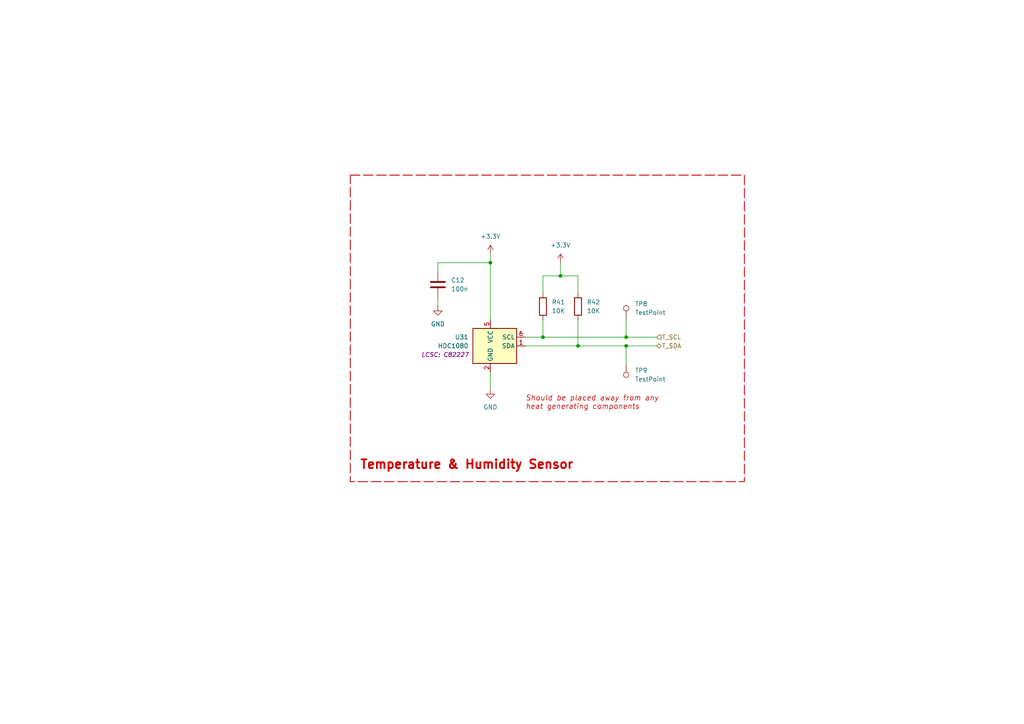
<source format=kicad_sch>
(kicad_sch (version 20250114) (generator "eeschema") (generator_version "9.0")
  (paper "A4")
  (title_block (title "Temperature & Humidity Sensor") (date "2025-10-13") (rev "v0.0") (company "Rajath Katker") (comment 4 "Final verification pending"))
  (lib_symbols
    (symbol "Connector:TestPoint" (pin_numbers (hide yes)) (pin_names (offset 0.762) (hide yes))
      (property "Reference" "TP" (at 0 6.858 0))
      (property "Value" "TestPoint" (at 0 5.08 0))
      (symbol "TestPoint_0_1"
        (circle (center 0 3.302) (radius 0.762))
      )
      (symbol "TestPoint_1_1"
        (pin passive line (at 0 0 90) (length 2.54) (name "1") (number "1"))
      )
    )
    (symbol "Device:C" (pin_numbers (hide yes)) (pin_names (offset 0.254))
      (property "Reference" "C" (at 0.635 2.54 0))
      (property "Value" "C" (at 0.635 -2.54 0))
      (symbol "C_0_1"
        (polyline (pts (xy -2.032 0.762) (xy 2.032 0.762)) (stroke (width 0.508)))
        (polyline (pts (xy -2.032 -0.762) (xy 2.032 -0.762)) (stroke (width 0.508)))
      )
      (symbol "C_1_1"
        (pin passive line (at 0 3.81 270) (length 2.794) (name "~") (number "1"))
        (pin passive line (at 0 -3.81 90) (length 2.794) (name "~") (number "2"))
      )
    )
    (symbol "Device:R" (pin_numbers (hide yes)) (pin_names (offset 0))
      (property "Reference" "R" (at 2.032 0 90))
      (property "Value" "R" (at 0 0 90))
      (symbol "R_0_1"
        (rectangle (start -1.016 -2.54) (end 1.016 2.54) (stroke (width 0.254)))
      )
      (symbol "R_1_1"
        (pin passive line (at 0 3.81 270) (length 1.27) (name "~") (number "1"))
        (pin passive line (at 0 -3.81 90) (length 1.27) (name "~") (number "2"))
      )
    )
    (symbol "Sensor_Humidity:HDC1080"
      (property "Reference" "U" (at -6.35 6.35 0))
      (property "Value" "HDC1080" (at 3.81 6.35 0))
      (symbol "HDC1080_0_1"
        (rectangle (start -7.62 5.08) (end 5.08 -5.08) (stroke (width 0.254)) (fill (type background)))
      )
      (symbol "HDC1080_1_1"
        (pin no_connect line (at -7.62 2.54 0) (length 2.54) (hide yes) (name "DAP") (number "7"))
        (pin no_connect line (at -7.62 0 0) (length 2.54) (hide yes) (name "NC") (number "3"))
        (pin no_connect line (at -7.62 -2.54 0) (length 2.54) (hide yes) (name "NC") (number "4"))
        (pin power_in line (at -2.54 7.62 270) (length 2.54) (name "VCC") (number "5"))
        (pin power_in line (at -2.54 -7.62 90) (length 2.54) (name "GND") (number "2"))
        (pin input line (at 7.62 2.54 180) (length 2.54) (name "SCL") (number "6"))
        (pin bidirectional line (at 7.62 0 180) (length 2.54) (name "SDA") (number "1"))
      )
    )
    (symbol "power:+3.3V" (power) (pin_numbers (hide yes)) (pin_names (offset 0) (hide yes))
      (property "Value" "+3.3V" (at 0 3.556 0))
      (symbol "+3.3V_0_1"
        (polyline (pts (xy -0.762 1.27) (xy 0 2.54)))
        (polyline (pts (xy 0 2.54) (xy 0.762 1.27)))
        (polyline (pts (xy 0 0) (xy 0 2.54)))
      )
      (symbol "+3.3V_1_1"
        (pin power_in line (at 0 0 90) (length 0) (name "~") (number "1"))
      )
    )
    (symbol "power:GND" (power) (pin_numbers (hide yes)) (pin_names (offset 0) (hide yes))
      (property "Value" "GND" (at 0 -3.81 0))
      (symbol "GND_0_1"
        (polyline (pts (xy 0 0) (xy 0 -1.27) (xy 1.27 -1.27) (xy 0 -2.54) (xy -1.27 -1.27) (xy 0 -1.27)))
      )
      (symbol "GND_1_1"
        (pin power_in line (at 0 0 270) (length 0) (name "~") (number "1"))
      )
    )
  )
  (rectangle (start 101.6 50.8) (end 215.9 139.7) (stroke (width 0.254) (type dash) (color 194 0 0 1)))
  (text "Temperature & Humidity Sensor" (at 135.382 134.874 0) (effects (font (size 2.54 2.54) (thickness 0.508) (bold yes))))
  (text "Should be placed away from any \nheat generating components" (at 152.4 116.84 0) (effects (font (size 1.524 1.524) (thickness 0.1588) (italic yes)) (justify left)))
  (junction (at 167.64 100.33))
  (junction (at 162.56 80.01))
  (junction (at 181.61 100.33))
  (junction (at 142.24 76.2))
  (junction (at 157.48 97.79))
  (junction (at 181.61 97.79))
  (wire (pts (xy 152.4 97.79) (xy 157.48 97.79)))
  (wire (pts (xy 142.24 73.66) (xy 142.24 76.2)))
  (wire (pts (xy 181.61 100.33) (xy 190.5 100.33)))
  (wire (pts (xy 127 78.74) (xy 127 76.2)))
  (wire (pts (xy 127 76.2) (xy 142.24 76.2)))
  (wire (pts (xy 167.64 80.01) (xy 167.64 85.09)))
  (wire (pts (xy 162.56 80.01) (xy 167.64 80.01)))
  (wire (pts (xy 181.61 92.71) (xy 181.61 97.79)))
  (wire (pts (xy 142.24 76.2) (xy 142.24 92.71)))
  (wire (pts (xy 167.64 100.33) (xy 181.61 100.33)))
  (wire (pts (xy 127 86.36) (xy 127 88.9)))
  (wire (pts (xy 157.48 85.09) (xy 157.48 80.01)))
  (wire (pts (xy 152.4 100.33) (xy 167.64 100.33)))
  (wire (pts (xy 157.48 80.01) (xy 162.56 80.01)))
  (wire (pts (xy 181.61 100.33) (xy 181.61 105.41)))
  (wire (pts (xy 157.48 97.79) (xy 181.61 97.79)))
  (wire (pts (xy 167.64 92.71) (xy 167.64 100.33)))
  (wire (pts (xy 157.48 92.71) (xy 157.48 97.79)))
  (wire (pts (xy 162.56 76.2) (xy 162.56 80.01)))
  (wire (pts (xy 142.24 107.95) (xy 142.24 113.03)))
  (wire (pts (xy 181.61 97.79) (xy 190.5 97.79)))
  (hierarchical_label "T_SCL" (shape input) (at 190.5 97.79 0))
  (hierarchical_label "T_SDA" (shape bidirectional) (at 190.5 100.33 0))
  (symbol (lib_id "power:+3.3V") (at 142.24 73.66 0) (unit 1)
    (property "Reference" "#PWR032" (effects (hide yes)))
    (property "Value" "+3.3V" (at 142.24 68.58 0))
    (property "Description" "Power symbol creates a global label with name \"+3.3V\"" (effects (hide yes)))
  )
  (symbol (lib_id "Device:R") (at 167.64 88.9 0) (unit 1)
    (property "Reference" "R42" (at 170.18 87.6299 0) (effects (justify left)))
    (property "Value" "10K" (at 170.18 90.1699 0) (effects (justify left)))
    (property "Description" "Resistor" (effects (hide yes)))
  )
  (symbol (lib_id "power:+3.3V") (at 162.56 76.2 0) (unit 1)
    (property "Reference" "#PWR034" (effects (hide yes)))
    (property "Value" "+3.3V" (at 162.56 71.12 0))
    (property "Description" "Power symbol creates a global label with name \"+3.3V\"" (effects (hide yes)))
  )
  (symbol (lib_id "Device:C") (at 127 82.55 0) (unit 1)
    (property "Reference" "C12" (at 130.81 81.2799 0) (effects (justify left)))
    (property "Value" "100n" (at 130.81 83.8199 0) (effects (justify left)))
    (property "Description" "Unpolarized capacitor" (effects (hide yes)))
  )
  (symbol (lib_id "Device:R") (at 157.48 88.9 0) (unit 1)
    (property "Reference" "R41" (at 160.02 87.6299 0) (effects (justify left)))
    (property "Value" "10K" (at 160.02 90.1699 0) (effects (justify left)))
    (property "Description" "Resistor" (effects (hide yes)))
  )
  (symbol (lib_id "Sensor_Humidity:HDC1080") (at 144.78 100.33 0) (unit 1)
    (property "Reference" "U31" (at 135.89 97.79 0) (effects (justify right)))
    (property "Value" "HDC1080" (at 135.89 100.33 0) (effects (justify right)))
    (property "Footprint" "Package_SON:Texas_PWSON-N6" (effects (hide yes)))
    (property "Datasheet" "http://www.ti.com/lit/ds/symlink/hdc1080.pdf" (effects (hide yes)))
    (property "Description" "Low Power,High Accuracy Digital Humidity Sensor with Temperature Sensor" (effects (hide yes)))
    (property "LCSC" "C82227" (at 135.89 102.8701 0) (show_name yes) (effects (font (italic yes)) (justify right)))
  )
  (symbol (lib_id "Connector:TestPoint") (at 181.61 105.41 180) (unit 1)
    (property "Reference" "TP9" (at 184.15 107.4419 0) (effects (justify right)))
    (property "Value" "TestPoint" (at 184.15 109.9819 0) (effects (justify right)))
    (property "Footprint" "TestPoint:TestPoint_Pad_D1.0mm" (effects (hide yes)))
    (property "Description" "test point" (effects (hide yes)))
  )
  (symbol (lib_id "power:GND") (at 127 88.9 0) (unit 1)
    (property "Reference" "#PWR031" (effects (hide yes)))
    (property "Value" "GND" (at 127 93.98 0))
    (property "Description" "Power symbol creates a global label with name \"GND\" , ground" (effects (hide yes)))
  )
  (symbol (lib_id "power:GND") (at 142.24 113.03 0) (unit 1)
    (property "Reference" "#PWR033" (effects (hide yes)))
    (property "Value" "GND" (at 142.24 118.11 0))
    (property "Description" "Power symbol creates a global label with name \"GND\" , ground" (effects (hide yes)))
  )
  (symbol (lib_id "Connector:TestPoint") (at 181.61 92.71 0) (unit 1)
    (property "Reference" "TP8" (at 184.15 88.1379 0) (effects (justify left)))
    (property "Value" "TestPoint" (at 184.15 90.6779 0) (effects (justify left)))
    (property "Footprint" "TestPoint:TestPoint_Pad_D1.0mm" (effects (hide yes)))
    (property "Description" "test point" (effects (hide yes)))
  )
)
</source>
